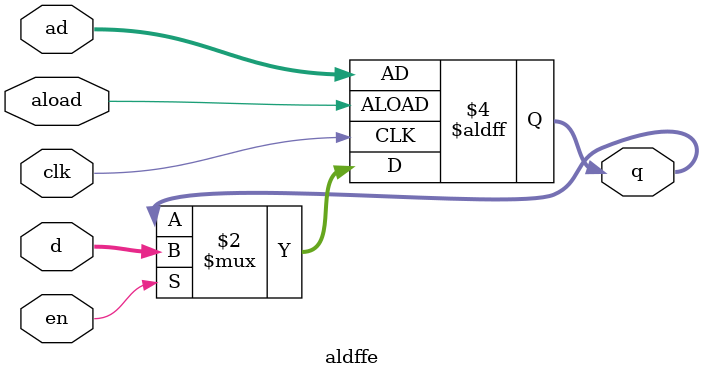
<source format=v>
module aldffe( input [0:3] d, input [0:3] ad, input clk, aload, en, output reg [0:3] q );
	always @( posedge clk, posedge aload)
		if (aload)
			q <= ad;
		else
			if (en)
				q <= d;
endmodule

</source>
